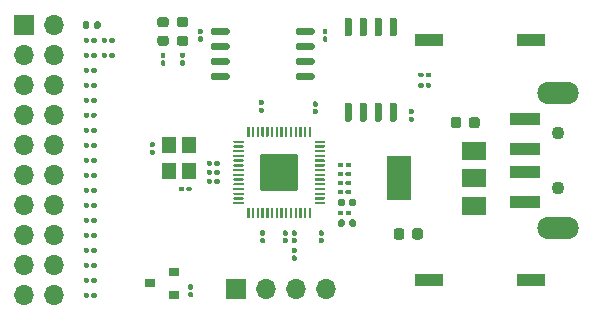
<source format=gbr>
%TF.GenerationSoftware,KiCad,Pcbnew,(5.1.9)-1*%
%TF.CreationDate,2021-09-09T09:31:17+08:00*%
%TF.ProjectId,RP2040,52503230-3430-42e6-9b69-6361645f7063,rev?*%
%TF.SameCoordinates,Original*%
%TF.FileFunction,Soldermask,Top*%
%TF.FilePolarity,Negative*%
%FSLAX46Y46*%
G04 Gerber Fmt 4.6, Leading zero omitted, Abs format (unit mm)*
G04 Created by KiCad (PCBNEW (5.1.9)-1) date 2021-09-09 09:31:17*
%MOMM*%
%LPD*%
G01*
G04 APERTURE LIST*
%ADD10R,1.200000X1.400000*%
%ADD11C,1.100000*%
%ADD12O,3.500000X1.900000*%
%ADD13R,2.500000X1.100000*%
%ADD14R,2.440000X1.120000*%
%ADD15O,1.700000X1.700000*%
%ADD16R,1.700000X1.700000*%
%ADD17R,2.000000X1.500000*%
%ADD18R,2.000000X3.800000*%
%ADD19R,0.900000X0.800000*%
G04 APERTURE END LIST*
%TO.C,R6*%
G36*
G01*
X155297200Y-91467000D02*
X155297200Y-91667000D01*
G75*
G02*
X155197200Y-91767000I-100000J0D01*
G01*
X154937200Y-91767000D01*
G75*
G02*
X154837200Y-91667000I0J100000D01*
G01*
X154837200Y-91467000D01*
G75*
G02*
X154937200Y-91367000I100000J0D01*
G01*
X155197200Y-91367000D01*
G75*
G02*
X155297200Y-91467000I0J-100000D01*
G01*
G37*
G36*
G01*
X155937200Y-91467000D02*
X155937200Y-91667000D01*
G75*
G02*
X155837200Y-91767000I-100000J0D01*
G01*
X155577200Y-91767000D01*
G75*
G02*
X155477200Y-91667000I0J100000D01*
G01*
X155477200Y-91467000D01*
G75*
G02*
X155577200Y-91367000I100000J0D01*
G01*
X155837200Y-91367000D01*
G75*
G02*
X155937200Y-91467000I0J-100000D01*
G01*
G37*
%TD*%
%TO.C,R10*%
G36*
G01*
X151030000Y-96940200D02*
X151230000Y-96940200D01*
G75*
G02*
X151330000Y-97040200I0J-100000D01*
G01*
X151330000Y-97300200D01*
G75*
G02*
X151230000Y-97400200I-100000J0D01*
G01*
X151030000Y-97400200D01*
G75*
G02*
X150930000Y-97300200I0J100000D01*
G01*
X150930000Y-97040200D01*
G75*
G02*
X151030000Y-96940200I100000J0D01*
G01*
G37*
G36*
G01*
X151030000Y-96300200D02*
X151230000Y-96300200D01*
G75*
G02*
X151330000Y-96400200I0J-100000D01*
G01*
X151330000Y-96660200D01*
G75*
G02*
X151230000Y-96760200I-100000J0D01*
G01*
X151030000Y-96760200D01*
G75*
G02*
X150930000Y-96660200I0J100000D01*
G01*
X150930000Y-96400200D01*
G75*
G02*
X151030000Y-96300200I100000J0D01*
G01*
G37*
%TD*%
%TO.C,C8*%
G36*
G01*
X155487200Y-89381000D02*
X155487200Y-89181000D01*
G75*
G02*
X155587200Y-89081000I100000J0D01*
G01*
X155847200Y-89081000D01*
G75*
G02*
X155947200Y-89181000I0J-100000D01*
G01*
X155947200Y-89381000D01*
G75*
G02*
X155847200Y-89481000I-100000J0D01*
G01*
X155587200Y-89481000D01*
G75*
G02*
X155487200Y-89381000I0J100000D01*
G01*
G37*
G36*
G01*
X154847200Y-89381000D02*
X154847200Y-89181000D01*
G75*
G02*
X154947200Y-89081000I100000J0D01*
G01*
X155207200Y-89081000D01*
G75*
G02*
X155307200Y-89181000I0J-100000D01*
G01*
X155307200Y-89381000D01*
G75*
G02*
X155207200Y-89481000I-100000J0D01*
G01*
X154947200Y-89481000D01*
G75*
G02*
X154847200Y-89381000I0J100000D01*
G01*
G37*
%TD*%
%TO.C,R7*%
G36*
G01*
X150468000Y-95287000D02*
X150268000Y-95287000D01*
G75*
G02*
X150168000Y-95187000I0J100000D01*
G01*
X150168000Y-94927000D01*
G75*
G02*
X150268000Y-94827000I100000J0D01*
G01*
X150468000Y-94827000D01*
G75*
G02*
X150568000Y-94927000I0J-100000D01*
G01*
X150568000Y-95187000D01*
G75*
G02*
X150468000Y-95287000I-100000J0D01*
G01*
G37*
G36*
G01*
X150468000Y-95927000D02*
X150268000Y-95927000D01*
G75*
G02*
X150168000Y-95827000I0J100000D01*
G01*
X150168000Y-95567000D01*
G75*
G02*
X150268000Y-95467000I100000J0D01*
G01*
X150468000Y-95467000D01*
G75*
G02*
X150568000Y-95567000I0J-100000D01*
G01*
X150568000Y-95827000D01*
G75*
G02*
X150468000Y-95927000I-100000J0D01*
G01*
G37*
%TD*%
D10*
%TO.C,Y1*%
X140551800Y-89771400D03*
X140551800Y-87571400D03*
X142251800Y-87571400D03*
X142251800Y-89771400D03*
%TD*%
D11*
%TO.C,J1*%
X173440000Y-91200000D03*
X173440000Y-86600000D03*
D12*
X173440000Y-94600000D03*
X173440000Y-83200000D03*
D13*
X170690000Y-92400000D03*
X170690000Y-85400000D03*
X170690000Y-89900000D03*
X170690000Y-87900000D03*
%TD*%
%TO.C,U2*%
G36*
G01*
X159362000Y-84003800D02*
X159662000Y-84003800D01*
G75*
G02*
X159812000Y-84153800I0J-150000D01*
G01*
X159812000Y-85453800D01*
G75*
G02*
X159662000Y-85603800I-150000J0D01*
G01*
X159362000Y-85603800D01*
G75*
G02*
X159212000Y-85453800I0J150000D01*
G01*
X159212000Y-84153800D01*
G75*
G02*
X159362000Y-84003800I150000J0D01*
G01*
G37*
G36*
G01*
X158092000Y-84003800D02*
X158392000Y-84003800D01*
G75*
G02*
X158542000Y-84153800I0J-150000D01*
G01*
X158542000Y-85453800D01*
G75*
G02*
X158392000Y-85603800I-150000J0D01*
G01*
X158092000Y-85603800D01*
G75*
G02*
X157942000Y-85453800I0J150000D01*
G01*
X157942000Y-84153800D01*
G75*
G02*
X158092000Y-84003800I150000J0D01*
G01*
G37*
G36*
G01*
X156822000Y-84003800D02*
X157122000Y-84003800D01*
G75*
G02*
X157272000Y-84153800I0J-150000D01*
G01*
X157272000Y-85453800D01*
G75*
G02*
X157122000Y-85603800I-150000J0D01*
G01*
X156822000Y-85603800D01*
G75*
G02*
X156672000Y-85453800I0J150000D01*
G01*
X156672000Y-84153800D01*
G75*
G02*
X156822000Y-84003800I150000J0D01*
G01*
G37*
G36*
G01*
X155552000Y-84003800D02*
X155852000Y-84003800D01*
G75*
G02*
X156002000Y-84153800I0J-150000D01*
G01*
X156002000Y-85453800D01*
G75*
G02*
X155852000Y-85603800I-150000J0D01*
G01*
X155552000Y-85603800D01*
G75*
G02*
X155402000Y-85453800I0J150000D01*
G01*
X155402000Y-84153800D01*
G75*
G02*
X155552000Y-84003800I150000J0D01*
G01*
G37*
G36*
G01*
X155552000Y-76803800D02*
X155852000Y-76803800D01*
G75*
G02*
X156002000Y-76953800I0J-150000D01*
G01*
X156002000Y-78253800D01*
G75*
G02*
X155852000Y-78403800I-150000J0D01*
G01*
X155552000Y-78403800D01*
G75*
G02*
X155402000Y-78253800I0J150000D01*
G01*
X155402000Y-76953800D01*
G75*
G02*
X155552000Y-76803800I150000J0D01*
G01*
G37*
G36*
G01*
X156822000Y-76803800D02*
X157122000Y-76803800D01*
G75*
G02*
X157272000Y-76953800I0J-150000D01*
G01*
X157272000Y-78253800D01*
G75*
G02*
X157122000Y-78403800I-150000J0D01*
G01*
X156822000Y-78403800D01*
G75*
G02*
X156672000Y-78253800I0J150000D01*
G01*
X156672000Y-76953800D01*
G75*
G02*
X156822000Y-76803800I150000J0D01*
G01*
G37*
G36*
G01*
X158092000Y-76803800D02*
X158392000Y-76803800D01*
G75*
G02*
X158542000Y-76953800I0J-150000D01*
G01*
X158542000Y-78253800D01*
G75*
G02*
X158392000Y-78403800I-150000J0D01*
G01*
X158092000Y-78403800D01*
G75*
G02*
X157942000Y-78253800I0J150000D01*
G01*
X157942000Y-76953800D01*
G75*
G02*
X158092000Y-76803800I150000J0D01*
G01*
G37*
G36*
G01*
X159362000Y-76803800D02*
X159662000Y-76803800D01*
G75*
G02*
X159812000Y-76953800I0J-150000D01*
G01*
X159812000Y-78253800D01*
G75*
G02*
X159662000Y-78403800I-150000J0D01*
G01*
X159362000Y-78403800D01*
G75*
G02*
X159212000Y-78253800I0J150000D01*
G01*
X159212000Y-76953800D01*
G75*
G02*
X159362000Y-76803800I150000J0D01*
G01*
G37*
%TD*%
%TO.C,U1*%
G36*
G01*
X151263000Y-78128000D02*
X151263000Y-77828000D01*
G75*
G02*
X151413000Y-77678000I150000J0D01*
G01*
X152713000Y-77678000D01*
G75*
G02*
X152863000Y-77828000I0J-150000D01*
G01*
X152863000Y-78128000D01*
G75*
G02*
X152713000Y-78278000I-150000J0D01*
G01*
X151413000Y-78278000D01*
G75*
G02*
X151263000Y-78128000I0J150000D01*
G01*
G37*
G36*
G01*
X151263000Y-79398000D02*
X151263000Y-79098000D01*
G75*
G02*
X151413000Y-78948000I150000J0D01*
G01*
X152713000Y-78948000D01*
G75*
G02*
X152863000Y-79098000I0J-150000D01*
G01*
X152863000Y-79398000D01*
G75*
G02*
X152713000Y-79548000I-150000J0D01*
G01*
X151413000Y-79548000D01*
G75*
G02*
X151263000Y-79398000I0J150000D01*
G01*
G37*
G36*
G01*
X151263000Y-80668000D02*
X151263000Y-80368000D01*
G75*
G02*
X151413000Y-80218000I150000J0D01*
G01*
X152713000Y-80218000D01*
G75*
G02*
X152863000Y-80368000I0J-150000D01*
G01*
X152863000Y-80668000D01*
G75*
G02*
X152713000Y-80818000I-150000J0D01*
G01*
X151413000Y-80818000D01*
G75*
G02*
X151263000Y-80668000I0J150000D01*
G01*
G37*
G36*
G01*
X151263000Y-81938000D02*
X151263000Y-81638000D01*
G75*
G02*
X151413000Y-81488000I150000J0D01*
G01*
X152713000Y-81488000D01*
G75*
G02*
X152863000Y-81638000I0J-150000D01*
G01*
X152863000Y-81938000D01*
G75*
G02*
X152713000Y-82088000I-150000J0D01*
G01*
X151413000Y-82088000D01*
G75*
G02*
X151263000Y-81938000I0J150000D01*
G01*
G37*
G36*
G01*
X144063000Y-81938000D02*
X144063000Y-81638000D01*
G75*
G02*
X144213000Y-81488000I150000J0D01*
G01*
X145513000Y-81488000D01*
G75*
G02*
X145663000Y-81638000I0J-150000D01*
G01*
X145663000Y-81938000D01*
G75*
G02*
X145513000Y-82088000I-150000J0D01*
G01*
X144213000Y-82088000D01*
G75*
G02*
X144063000Y-81938000I0J150000D01*
G01*
G37*
G36*
G01*
X144063000Y-80668000D02*
X144063000Y-80368000D01*
G75*
G02*
X144213000Y-80218000I150000J0D01*
G01*
X145513000Y-80218000D01*
G75*
G02*
X145663000Y-80368000I0J-150000D01*
G01*
X145663000Y-80668000D01*
G75*
G02*
X145513000Y-80818000I-150000J0D01*
G01*
X144213000Y-80818000D01*
G75*
G02*
X144063000Y-80668000I0J150000D01*
G01*
G37*
G36*
G01*
X144063000Y-79398000D02*
X144063000Y-79098000D01*
G75*
G02*
X144213000Y-78948000I150000J0D01*
G01*
X145513000Y-78948000D01*
G75*
G02*
X145663000Y-79098000I0J-150000D01*
G01*
X145663000Y-79398000D01*
G75*
G02*
X145513000Y-79548000I-150000J0D01*
G01*
X144213000Y-79548000D01*
G75*
G02*
X144063000Y-79398000I0J150000D01*
G01*
G37*
G36*
G01*
X144063000Y-78128000D02*
X144063000Y-77828000D01*
G75*
G02*
X144213000Y-77678000I150000J0D01*
G01*
X145513000Y-77678000D01*
G75*
G02*
X145663000Y-77828000I0J-150000D01*
G01*
X145663000Y-78128000D01*
G75*
G02*
X145513000Y-78278000I-150000J0D01*
G01*
X144213000Y-78278000D01*
G75*
G02*
X144063000Y-78128000I0J150000D01*
G01*
G37*
%TD*%
D14*
%TO.C,SW2*%
X171183000Y-99060000D03*
X162573000Y-99060000D03*
%TD*%
%TO.C,R31*%
G36*
G01*
X133948000Y-100430000D02*
X133948000Y-100230000D01*
G75*
G02*
X134048000Y-100130000I100000J0D01*
G01*
X134308000Y-100130000D01*
G75*
G02*
X134408000Y-100230000I0J-100000D01*
G01*
X134408000Y-100430000D01*
G75*
G02*
X134308000Y-100530000I-100000J0D01*
G01*
X134048000Y-100530000D01*
G75*
G02*
X133948000Y-100430000I0J100000D01*
G01*
G37*
G36*
G01*
X133308000Y-100430000D02*
X133308000Y-100230000D01*
G75*
G02*
X133408000Y-100130000I100000J0D01*
G01*
X133668000Y-100130000D01*
G75*
G02*
X133768000Y-100230000I0J-100000D01*
G01*
X133768000Y-100430000D01*
G75*
G02*
X133668000Y-100530000I-100000J0D01*
G01*
X133408000Y-100530000D01*
G75*
G02*
X133308000Y-100430000I0J100000D01*
G01*
G37*
%TD*%
%TO.C,R30*%
G36*
G01*
X133948000Y-97890000D02*
X133948000Y-97690000D01*
G75*
G02*
X134048000Y-97590000I100000J0D01*
G01*
X134308000Y-97590000D01*
G75*
G02*
X134408000Y-97690000I0J-100000D01*
G01*
X134408000Y-97890000D01*
G75*
G02*
X134308000Y-97990000I-100000J0D01*
G01*
X134048000Y-97990000D01*
G75*
G02*
X133948000Y-97890000I0J100000D01*
G01*
G37*
G36*
G01*
X133308000Y-97890000D02*
X133308000Y-97690000D01*
G75*
G02*
X133408000Y-97590000I100000J0D01*
G01*
X133668000Y-97590000D01*
G75*
G02*
X133768000Y-97690000I0J-100000D01*
G01*
X133768000Y-97890000D01*
G75*
G02*
X133668000Y-97990000I-100000J0D01*
G01*
X133408000Y-97990000D01*
G75*
G02*
X133308000Y-97890000I0J100000D01*
G01*
G37*
%TD*%
%TO.C,R29*%
G36*
G01*
X133948000Y-95350000D02*
X133948000Y-95150000D01*
G75*
G02*
X134048000Y-95050000I100000J0D01*
G01*
X134308000Y-95050000D01*
G75*
G02*
X134408000Y-95150000I0J-100000D01*
G01*
X134408000Y-95350000D01*
G75*
G02*
X134308000Y-95450000I-100000J0D01*
G01*
X134048000Y-95450000D01*
G75*
G02*
X133948000Y-95350000I0J100000D01*
G01*
G37*
G36*
G01*
X133308000Y-95350000D02*
X133308000Y-95150000D01*
G75*
G02*
X133408000Y-95050000I100000J0D01*
G01*
X133668000Y-95050000D01*
G75*
G02*
X133768000Y-95150000I0J-100000D01*
G01*
X133768000Y-95350000D01*
G75*
G02*
X133668000Y-95450000I-100000J0D01*
G01*
X133408000Y-95450000D01*
G75*
G02*
X133308000Y-95350000I0J100000D01*
G01*
G37*
%TD*%
%TO.C,R28*%
G36*
G01*
X133948000Y-92810000D02*
X133948000Y-92610000D01*
G75*
G02*
X134048000Y-92510000I100000J0D01*
G01*
X134308000Y-92510000D01*
G75*
G02*
X134408000Y-92610000I0J-100000D01*
G01*
X134408000Y-92810000D01*
G75*
G02*
X134308000Y-92910000I-100000J0D01*
G01*
X134048000Y-92910000D01*
G75*
G02*
X133948000Y-92810000I0J100000D01*
G01*
G37*
G36*
G01*
X133308000Y-92810000D02*
X133308000Y-92610000D01*
G75*
G02*
X133408000Y-92510000I100000J0D01*
G01*
X133668000Y-92510000D01*
G75*
G02*
X133768000Y-92610000I0J-100000D01*
G01*
X133768000Y-92810000D01*
G75*
G02*
X133668000Y-92910000I-100000J0D01*
G01*
X133408000Y-92910000D01*
G75*
G02*
X133308000Y-92810000I0J100000D01*
G01*
G37*
%TD*%
%TO.C,R27*%
G36*
G01*
X133948000Y-90270000D02*
X133948000Y-90070000D01*
G75*
G02*
X134048000Y-89970000I100000J0D01*
G01*
X134308000Y-89970000D01*
G75*
G02*
X134408000Y-90070000I0J-100000D01*
G01*
X134408000Y-90270000D01*
G75*
G02*
X134308000Y-90370000I-100000J0D01*
G01*
X134048000Y-90370000D01*
G75*
G02*
X133948000Y-90270000I0J100000D01*
G01*
G37*
G36*
G01*
X133308000Y-90270000D02*
X133308000Y-90070000D01*
G75*
G02*
X133408000Y-89970000I100000J0D01*
G01*
X133668000Y-89970000D01*
G75*
G02*
X133768000Y-90070000I0J-100000D01*
G01*
X133768000Y-90270000D01*
G75*
G02*
X133668000Y-90370000I-100000J0D01*
G01*
X133408000Y-90370000D01*
G75*
G02*
X133308000Y-90270000I0J100000D01*
G01*
G37*
%TD*%
%TO.C,R26*%
G36*
G01*
X133948000Y-87730000D02*
X133948000Y-87530000D01*
G75*
G02*
X134048000Y-87430000I100000J0D01*
G01*
X134308000Y-87430000D01*
G75*
G02*
X134408000Y-87530000I0J-100000D01*
G01*
X134408000Y-87730000D01*
G75*
G02*
X134308000Y-87830000I-100000J0D01*
G01*
X134048000Y-87830000D01*
G75*
G02*
X133948000Y-87730000I0J100000D01*
G01*
G37*
G36*
G01*
X133308000Y-87730000D02*
X133308000Y-87530000D01*
G75*
G02*
X133408000Y-87430000I100000J0D01*
G01*
X133668000Y-87430000D01*
G75*
G02*
X133768000Y-87530000I0J-100000D01*
G01*
X133768000Y-87730000D01*
G75*
G02*
X133668000Y-87830000I-100000J0D01*
G01*
X133408000Y-87830000D01*
G75*
G02*
X133308000Y-87730000I0J100000D01*
G01*
G37*
%TD*%
%TO.C,R25*%
G36*
G01*
X133948000Y-85164600D02*
X133948000Y-84964600D01*
G75*
G02*
X134048000Y-84864600I100000J0D01*
G01*
X134308000Y-84864600D01*
G75*
G02*
X134408000Y-84964600I0J-100000D01*
G01*
X134408000Y-85164600D01*
G75*
G02*
X134308000Y-85264600I-100000J0D01*
G01*
X134048000Y-85264600D01*
G75*
G02*
X133948000Y-85164600I0J100000D01*
G01*
G37*
G36*
G01*
X133308000Y-85164600D02*
X133308000Y-84964600D01*
G75*
G02*
X133408000Y-84864600I100000J0D01*
G01*
X133668000Y-84864600D01*
G75*
G02*
X133768000Y-84964600I0J-100000D01*
G01*
X133768000Y-85164600D01*
G75*
G02*
X133668000Y-85264600I-100000J0D01*
G01*
X133408000Y-85264600D01*
G75*
G02*
X133308000Y-85164600I0J100000D01*
G01*
G37*
%TD*%
%TO.C,R24*%
G36*
G01*
X133948000Y-82650000D02*
X133948000Y-82450000D01*
G75*
G02*
X134048000Y-82350000I100000J0D01*
G01*
X134308000Y-82350000D01*
G75*
G02*
X134408000Y-82450000I0J-100000D01*
G01*
X134408000Y-82650000D01*
G75*
G02*
X134308000Y-82750000I-100000J0D01*
G01*
X134048000Y-82750000D01*
G75*
G02*
X133948000Y-82650000I0J100000D01*
G01*
G37*
G36*
G01*
X133308000Y-82650000D02*
X133308000Y-82450000D01*
G75*
G02*
X133408000Y-82350000I100000J0D01*
G01*
X133668000Y-82350000D01*
G75*
G02*
X133768000Y-82450000I0J-100000D01*
G01*
X133768000Y-82650000D01*
G75*
G02*
X133668000Y-82750000I-100000J0D01*
G01*
X133408000Y-82750000D01*
G75*
G02*
X133308000Y-82650000I0J100000D01*
G01*
G37*
%TD*%
%TO.C,R23*%
G36*
G01*
X133948000Y-80110000D02*
X133948000Y-79910000D01*
G75*
G02*
X134048000Y-79810000I100000J0D01*
G01*
X134308000Y-79810000D01*
G75*
G02*
X134408000Y-79910000I0J-100000D01*
G01*
X134408000Y-80110000D01*
G75*
G02*
X134308000Y-80210000I-100000J0D01*
G01*
X134048000Y-80210000D01*
G75*
G02*
X133948000Y-80110000I0J100000D01*
G01*
G37*
G36*
G01*
X133308000Y-80110000D02*
X133308000Y-79910000D01*
G75*
G02*
X133408000Y-79810000I100000J0D01*
G01*
X133668000Y-79810000D01*
G75*
G02*
X133768000Y-79910000I0J-100000D01*
G01*
X133768000Y-80110000D01*
G75*
G02*
X133668000Y-80210000I-100000J0D01*
G01*
X133408000Y-80210000D01*
G75*
G02*
X133308000Y-80110000I0J100000D01*
G01*
G37*
%TD*%
%TO.C,R20*%
G36*
G01*
X133768000Y-98960000D02*
X133768000Y-99160000D01*
G75*
G02*
X133668000Y-99260000I-100000J0D01*
G01*
X133408000Y-99260000D01*
G75*
G02*
X133308000Y-99160000I0J100000D01*
G01*
X133308000Y-98960000D01*
G75*
G02*
X133408000Y-98860000I100000J0D01*
G01*
X133668000Y-98860000D01*
G75*
G02*
X133768000Y-98960000I0J-100000D01*
G01*
G37*
G36*
G01*
X134408000Y-98960000D02*
X134408000Y-99160000D01*
G75*
G02*
X134308000Y-99260000I-100000J0D01*
G01*
X134048000Y-99260000D01*
G75*
G02*
X133948000Y-99160000I0J100000D01*
G01*
X133948000Y-98960000D01*
G75*
G02*
X134048000Y-98860000I100000J0D01*
G01*
X134308000Y-98860000D01*
G75*
G02*
X134408000Y-98960000I0J-100000D01*
G01*
G37*
%TD*%
%TO.C,R19*%
G36*
G01*
X133768000Y-96420000D02*
X133768000Y-96620000D01*
G75*
G02*
X133668000Y-96720000I-100000J0D01*
G01*
X133408000Y-96720000D01*
G75*
G02*
X133308000Y-96620000I0J100000D01*
G01*
X133308000Y-96420000D01*
G75*
G02*
X133408000Y-96320000I100000J0D01*
G01*
X133668000Y-96320000D01*
G75*
G02*
X133768000Y-96420000I0J-100000D01*
G01*
G37*
G36*
G01*
X134408000Y-96420000D02*
X134408000Y-96620000D01*
G75*
G02*
X134308000Y-96720000I-100000J0D01*
G01*
X134048000Y-96720000D01*
G75*
G02*
X133948000Y-96620000I0J100000D01*
G01*
X133948000Y-96420000D01*
G75*
G02*
X134048000Y-96320000I100000J0D01*
G01*
X134308000Y-96320000D01*
G75*
G02*
X134408000Y-96420000I0J-100000D01*
G01*
G37*
%TD*%
%TO.C,R18*%
G36*
G01*
X133768000Y-93880000D02*
X133768000Y-94080000D01*
G75*
G02*
X133668000Y-94180000I-100000J0D01*
G01*
X133408000Y-94180000D01*
G75*
G02*
X133308000Y-94080000I0J100000D01*
G01*
X133308000Y-93880000D01*
G75*
G02*
X133408000Y-93780000I100000J0D01*
G01*
X133668000Y-93780000D01*
G75*
G02*
X133768000Y-93880000I0J-100000D01*
G01*
G37*
G36*
G01*
X134408000Y-93880000D02*
X134408000Y-94080000D01*
G75*
G02*
X134308000Y-94180000I-100000J0D01*
G01*
X134048000Y-94180000D01*
G75*
G02*
X133948000Y-94080000I0J100000D01*
G01*
X133948000Y-93880000D01*
G75*
G02*
X134048000Y-93780000I100000J0D01*
G01*
X134308000Y-93780000D01*
G75*
G02*
X134408000Y-93880000I0J-100000D01*
G01*
G37*
%TD*%
%TO.C,R17*%
G36*
G01*
X133768000Y-91340000D02*
X133768000Y-91540000D01*
G75*
G02*
X133668000Y-91640000I-100000J0D01*
G01*
X133408000Y-91640000D01*
G75*
G02*
X133308000Y-91540000I0J100000D01*
G01*
X133308000Y-91340000D01*
G75*
G02*
X133408000Y-91240000I100000J0D01*
G01*
X133668000Y-91240000D01*
G75*
G02*
X133768000Y-91340000I0J-100000D01*
G01*
G37*
G36*
G01*
X134408000Y-91340000D02*
X134408000Y-91540000D01*
G75*
G02*
X134308000Y-91640000I-100000J0D01*
G01*
X134048000Y-91640000D01*
G75*
G02*
X133948000Y-91540000I0J100000D01*
G01*
X133948000Y-91340000D01*
G75*
G02*
X134048000Y-91240000I100000J0D01*
G01*
X134308000Y-91240000D01*
G75*
G02*
X134408000Y-91340000I0J-100000D01*
G01*
G37*
%TD*%
%TO.C,R16*%
G36*
G01*
X133768000Y-88800000D02*
X133768000Y-89000000D01*
G75*
G02*
X133668000Y-89100000I-100000J0D01*
G01*
X133408000Y-89100000D01*
G75*
G02*
X133308000Y-89000000I0J100000D01*
G01*
X133308000Y-88800000D01*
G75*
G02*
X133408000Y-88700000I100000J0D01*
G01*
X133668000Y-88700000D01*
G75*
G02*
X133768000Y-88800000I0J-100000D01*
G01*
G37*
G36*
G01*
X134408000Y-88800000D02*
X134408000Y-89000000D01*
G75*
G02*
X134308000Y-89100000I-100000J0D01*
G01*
X134048000Y-89100000D01*
G75*
G02*
X133948000Y-89000000I0J100000D01*
G01*
X133948000Y-88800000D01*
G75*
G02*
X134048000Y-88700000I100000J0D01*
G01*
X134308000Y-88700000D01*
G75*
G02*
X134408000Y-88800000I0J-100000D01*
G01*
G37*
%TD*%
%TO.C,R15*%
G36*
G01*
X133768000Y-86260000D02*
X133768000Y-86460000D01*
G75*
G02*
X133668000Y-86560000I-100000J0D01*
G01*
X133408000Y-86560000D01*
G75*
G02*
X133308000Y-86460000I0J100000D01*
G01*
X133308000Y-86260000D01*
G75*
G02*
X133408000Y-86160000I100000J0D01*
G01*
X133668000Y-86160000D01*
G75*
G02*
X133768000Y-86260000I0J-100000D01*
G01*
G37*
G36*
G01*
X134408000Y-86260000D02*
X134408000Y-86460000D01*
G75*
G02*
X134308000Y-86560000I-100000J0D01*
G01*
X134048000Y-86560000D01*
G75*
G02*
X133948000Y-86460000I0J100000D01*
G01*
X133948000Y-86260000D01*
G75*
G02*
X134048000Y-86160000I100000J0D01*
G01*
X134308000Y-86160000D01*
G75*
G02*
X134408000Y-86260000I0J-100000D01*
G01*
G37*
%TD*%
%TO.C,R14*%
G36*
G01*
X133768000Y-83720000D02*
X133768000Y-83920000D01*
G75*
G02*
X133668000Y-84020000I-100000J0D01*
G01*
X133408000Y-84020000D01*
G75*
G02*
X133308000Y-83920000I0J100000D01*
G01*
X133308000Y-83720000D01*
G75*
G02*
X133408000Y-83620000I100000J0D01*
G01*
X133668000Y-83620000D01*
G75*
G02*
X133768000Y-83720000I0J-100000D01*
G01*
G37*
G36*
G01*
X134408000Y-83720000D02*
X134408000Y-83920000D01*
G75*
G02*
X134308000Y-84020000I-100000J0D01*
G01*
X134048000Y-84020000D01*
G75*
G02*
X133948000Y-83920000I0J100000D01*
G01*
X133948000Y-83720000D01*
G75*
G02*
X134048000Y-83620000I100000J0D01*
G01*
X134308000Y-83620000D01*
G75*
G02*
X134408000Y-83720000I0J-100000D01*
G01*
G37*
%TD*%
%TO.C,R13*%
G36*
G01*
X133768000Y-81180000D02*
X133768000Y-81380000D01*
G75*
G02*
X133668000Y-81480000I-100000J0D01*
G01*
X133408000Y-81480000D01*
G75*
G02*
X133308000Y-81380000I0J100000D01*
G01*
X133308000Y-81180000D01*
G75*
G02*
X133408000Y-81080000I100000J0D01*
G01*
X133668000Y-81080000D01*
G75*
G02*
X133768000Y-81180000I0J-100000D01*
G01*
G37*
G36*
G01*
X134408000Y-81180000D02*
X134408000Y-81380000D01*
G75*
G02*
X134308000Y-81480000I-100000J0D01*
G01*
X134048000Y-81480000D01*
G75*
G02*
X133948000Y-81380000I0J100000D01*
G01*
X133948000Y-81180000D01*
G75*
G02*
X134048000Y-81080000I100000J0D01*
G01*
X134308000Y-81080000D01*
G75*
G02*
X134408000Y-81180000I0J-100000D01*
G01*
G37*
%TD*%
%TO.C,R12*%
G36*
G01*
X133768000Y-78640000D02*
X133768000Y-78840000D01*
G75*
G02*
X133668000Y-78940000I-100000J0D01*
G01*
X133408000Y-78940000D01*
G75*
G02*
X133308000Y-78840000I0J100000D01*
G01*
X133308000Y-78640000D01*
G75*
G02*
X133408000Y-78540000I100000J0D01*
G01*
X133668000Y-78540000D01*
G75*
G02*
X133768000Y-78640000I0J-100000D01*
G01*
G37*
G36*
G01*
X134408000Y-78640000D02*
X134408000Y-78840000D01*
G75*
G02*
X134308000Y-78940000I-100000J0D01*
G01*
X134048000Y-78940000D01*
G75*
G02*
X133948000Y-78840000I0J100000D01*
G01*
X133948000Y-78640000D01*
G75*
G02*
X134048000Y-78540000I100000J0D01*
G01*
X134308000Y-78540000D01*
G75*
G02*
X134408000Y-78640000I0J-100000D01*
G01*
G37*
%TD*%
%TO.C,R2*%
G36*
G01*
X143279800Y-78218200D02*
X143079800Y-78218200D01*
G75*
G02*
X142979800Y-78118200I0J100000D01*
G01*
X142979800Y-77858200D01*
G75*
G02*
X143079800Y-77758200I100000J0D01*
G01*
X143279800Y-77758200D01*
G75*
G02*
X143379800Y-77858200I0J-100000D01*
G01*
X143379800Y-78118200D01*
G75*
G02*
X143279800Y-78218200I-100000J0D01*
G01*
G37*
G36*
G01*
X143279800Y-78858200D02*
X143079800Y-78858200D01*
G75*
G02*
X142979800Y-78758200I0J100000D01*
G01*
X142979800Y-78498200D01*
G75*
G02*
X143079800Y-78398200I100000J0D01*
G01*
X143279800Y-78398200D01*
G75*
G02*
X143379800Y-78498200I0J-100000D01*
G01*
X143379800Y-78758200D01*
G75*
G02*
X143279800Y-78858200I-100000J0D01*
G01*
G37*
%TD*%
D15*
%TO.C,J3*%
X130810000Y-100330000D03*
X128270000Y-100330000D03*
X130810000Y-97790000D03*
X128270000Y-97790000D03*
X130810000Y-95250000D03*
X128270000Y-95250000D03*
X130810000Y-92710000D03*
X128270000Y-92710000D03*
X130810000Y-90170000D03*
X128270000Y-90170000D03*
X130810000Y-87630000D03*
X128270000Y-87630000D03*
X130810000Y-85090000D03*
X128270000Y-85090000D03*
X130810000Y-82550000D03*
X128270000Y-82550000D03*
X130810000Y-80010000D03*
X128270000Y-80010000D03*
X130810000Y-77470000D03*
D16*
X128270000Y-77470000D03*
%TD*%
%TO.C,C17*%
G36*
G01*
X133785000Y-77274600D02*
X133785000Y-77614600D01*
G75*
G02*
X133645000Y-77754600I-140000J0D01*
G01*
X133365000Y-77754600D01*
G75*
G02*
X133225000Y-77614600I0J140000D01*
G01*
X133225000Y-77274600D01*
G75*
G02*
X133365000Y-77134600I140000J0D01*
G01*
X133645000Y-77134600D01*
G75*
G02*
X133785000Y-77274600I0J-140000D01*
G01*
G37*
G36*
G01*
X134745000Y-77274600D02*
X134745000Y-77614600D01*
G75*
G02*
X134605000Y-77754600I-140000J0D01*
G01*
X134325000Y-77754600D01*
G75*
G02*
X134185000Y-77614600I0J140000D01*
G01*
X134185000Y-77274600D01*
G75*
G02*
X134325000Y-77134600I140000J0D01*
G01*
X134605000Y-77134600D01*
G75*
G02*
X134745000Y-77274600I0J-140000D01*
G01*
G37*
%TD*%
%TO.C,C3*%
G36*
G01*
X153646200Y-78398200D02*
X153846200Y-78398200D01*
G75*
G02*
X153946200Y-78498200I0J-100000D01*
G01*
X153946200Y-78758200D01*
G75*
G02*
X153846200Y-78858200I-100000J0D01*
G01*
X153646200Y-78858200D01*
G75*
G02*
X153546200Y-78758200I0J100000D01*
G01*
X153546200Y-78498200D01*
G75*
G02*
X153646200Y-78398200I100000J0D01*
G01*
G37*
G36*
G01*
X153646200Y-77758200D02*
X153846200Y-77758200D01*
G75*
G02*
X153946200Y-77858200I0J-100000D01*
G01*
X153946200Y-78118200D01*
G75*
G02*
X153846200Y-78218200I-100000J0D01*
G01*
X153646200Y-78218200D01*
G75*
G02*
X153546200Y-78118200I0J100000D01*
G01*
X153546200Y-77858200D01*
G75*
G02*
X153646200Y-77758200I100000J0D01*
G01*
G37*
%TD*%
%TO.C,R32*%
G36*
G01*
X135472000Y-80110000D02*
X135472000Y-79910000D01*
G75*
G02*
X135572000Y-79810000I100000J0D01*
G01*
X135832000Y-79810000D01*
G75*
G02*
X135932000Y-79910000I0J-100000D01*
G01*
X135932000Y-80110000D01*
G75*
G02*
X135832000Y-80210000I-100000J0D01*
G01*
X135572000Y-80210000D01*
G75*
G02*
X135472000Y-80110000I0J100000D01*
G01*
G37*
G36*
G01*
X134832000Y-80110000D02*
X134832000Y-79910000D01*
G75*
G02*
X134932000Y-79810000I100000J0D01*
G01*
X135192000Y-79810000D01*
G75*
G02*
X135292000Y-79910000I0J-100000D01*
G01*
X135292000Y-80110000D01*
G75*
G02*
X135192000Y-80210000I-100000J0D01*
G01*
X134932000Y-80210000D01*
G75*
G02*
X134832000Y-80110000I0J100000D01*
G01*
G37*
%TD*%
%TO.C,C10*%
G36*
G01*
X155800400Y-94378600D02*
X155800400Y-94038600D01*
G75*
G02*
X155940400Y-93898600I140000J0D01*
G01*
X156220400Y-93898600D01*
G75*
G02*
X156360400Y-94038600I0J-140000D01*
G01*
X156360400Y-94378600D01*
G75*
G02*
X156220400Y-94518600I-140000J0D01*
G01*
X155940400Y-94518600D01*
G75*
G02*
X155800400Y-94378600I0J140000D01*
G01*
G37*
G36*
G01*
X154840400Y-94378600D02*
X154840400Y-94038600D01*
G75*
G02*
X154980400Y-93898600I140000J0D01*
G01*
X155260400Y-93898600D01*
G75*
G02*
X155400400Y-94038600I0J-140000D01*
G01*
X155400400Y-94378600D01*
G75*
G02*
X155260400Y-94518600I-140000J0D01*
G01*
X154980400Y-94518600D01*
G75*
G02*
X154840400Y-94378600I0J140000D01*
G01*
G37*
%TD*%
%TO.C,C9*%
G36*
G01*
X155800400Y-92626000D02*
X155800400Y-92286000D01*
G75*
G02*
X155940400Y-92146000I140000J0D01*
G01*
X156220400Y-92146000D01*
G75*
G02*
X156360400Y-92286000I0J-140000D01*
G01*
X156360400Y-92626000D01*
G75*
G02*
X156220400Y-92766000I-140000J0D01*
G01*
X155940400Y-92766000D01*
G75*
G02*
X155800400Y-92626000I0J140000D01*
G01*
G37*
G36*
G01*
X154840400Y-92626000D02*
X154840400Y-92286000D01*
G75*
G02*
X154980400Y-92146000I140000J0D01*
G01*
X155260400Y-92146000D01*
G75*
G02*
X155400400Y-92286000I0J-140000D01*
G01*
X155400400Y-92626000D01*
G75*
G02*
X155260400Y-92766000I-140000J0D01*
G01*
X154980400Y-92766000D01*
G75*
G02*
X154840400Y-92626000I0J140000D01*
G01*
G37*
%TD*%
%TO.C,C4*%
G36*
G01*
X160936000Y-85180000D02*
X161136000Y-85180000D01*
G75*
G02*
X161236000Y-85280000I0J-100000D01*
G01*
X161236000Y-85540000D01*
G75*
G02*
X161136000Y-85640000I-100000J0D01*
G01*
X160936000Y-85640000D01*
G75*
G02*
X160836000Y-85540000I0J100000D01*
G01*
X160836000Y-85280000D01*
G75*
G02*
X160936000Y-85180000I100000J0D01*
G01*
G37*
G36*
G01*
X160936000Y-84540000D02*
X161136000Y-84540000D01*
G75*
G02*
X161236000Y-84640000I0J-100000D01*
G01*
X161236000Y-84900000D01*
G75*
G02*
X161136000Y-85000000I-100000J0D01*
G01*
X160936000Y-85000000D01*
G75*
G02*
X160836000Y-84900000I0J100000D01*
G01*
X160836000Y-84640000D01*
G75*
G02*
X160936000Y-84540000I100000J0D01*
G01*
G37*
%TD*%
%TO.C,C2*%
G36*
G01*
X141999800Y-91413000D02*
X141999800Y-91213000D01*
G75*
G02*
X142099800Y-91113000I100000J0D01*
G01*
X142359800Y-91113000D01*
G75*
G02*
X142459800Y-91213000I0J-100000D01*
G01*
X142459800Y-91413000D01*
G75*
G02*
X142359800Y-91513000I-100000J0D01*
G01*
X142099800Y-91513000D01*
G75*
G02*
X141999800Y-91413000I0J100000D01*
G01*
G37*
G36*
G01*
X141359800Y-91413000D02*
X141359800Y-91213000D01*
G75*
G02*
X141459800Y-91113000I100000J0D01*
G01*
X141719800Y-91113000D01*
G75*
G02*
X141819800Y-91213000I0J-100000D01*
G01*
X141819800Y-91413000D01*
G75*
G02*
X141719800Y-91513000I-100000J0D01*
G01*
X141459800Y-91513000D01*
G75*
G02*
X141359800Y-91413000I0J100000D01*
G01*
G37*
%TD*%
%TO.C,C1*%
G36*
G01*
X139215800Y-87794000D02*
X139015800Y-87794000D01*
G75*
G02*
X138915800Y-87694000I0J100000D01*
G01*
X138915800Y-87434000D01*
G75*
G02*
X139015800Y-87334000I100000J0D01*
G01*
X139215800Y-87334000D01*
G75*
G02*
X139315800Y-87434000I0J-100000D01*
G01*
X139315800Y-87694000D01*
G75*
G02*
X139215800Y-87794000I-100000J0D01*
G01*
G37*
G36*
G01*
X139215800Y-88434000D02*
X139015800Y-88434000D01*
G75*
G02*
X138915800Y-88334000I0J100000D01*
G01*
X138915800Y-88074000D01*
G75*
G02*
X139015800Y-87974000I100000J0D01*
G01*
X139215800Y-87974000D01*
G75*
G02*
X139315800Y-88074000I0J-100000D01*
G01*
X139315800Y-88334000D01*
G75*
G02*
X139215800Y-88434000I-100000J0D01*
G01*
G37*
%TD*%
%TO.C,R11*%
G36*
G01*
X135472000Y-78840000D02*
X135472000Y-78640000D01*
G75*
G02*
X135572000Y-78540000I100000J0D01*
G01*
X135832000Y-78540000D01*
G75*
G02*
X135932000Y-78640000I0J-100000D01*
G01*
X135932000Y-78840000D01*
G75*
G02*
X135832000Y-78940000I-100000J0D01*
G01*
X135572000Y-78940000D01*
G75*
G02*
X135472000Y-78840000I0J100000D01*
G01*
G37*
G36*
G01*
X134832000Y-78840000D02*
X134832000Y-78640000D01*
G75*
G02*
X134932000Y-78540000I100000J0D01*
G01*
X135192000Y-78540000D01*
G75*
G02*
X135292000Y-78640000I0J-100000D01*
G01*
X135292000Y-78840000D01*
G75*
G02*
X135192000Y-78940000I-100000J0D01*
G01*
X134932000Y-78940000D01*
G75*
G02*
X134832000Y-78840000I0J100000D01*
G01*
G37*
%TD*%
%TO.C,R22*%
G36*
G01*
X140130200Y-80250200D02*
X139930200Y-80250200D01*
G75*
G02*
X139830200Y-80150200I0J100000D01*
G01*
X139830200Y-79890200D01*
G75*
G02*
X139930200Y-79790200I100000J0D01*
G01*
X140130200Y-79790200D01*
G75*
G02*
X140230200Y-79890200I0J-100000D01*
G01*
X140230200Y-80150200D01*
G75*
G02*
X140130200Y-80250200I-100000J0D01*
G01*
G37*
G36*
G01*
X140130200Y-80890200D02*
X139930200Y-80890200D01*
G75*
G02*
X139830200Y-80790200I0J100000D01*
G01*
X139830200Y-80530200D01*
G75*
G02*
X139930200Y-80430200I100000J0D01*
G01*
X140130200Y-80430200D01*
G75*
G02*
X140230200Y-80530200I0J-100000D01*
G01*
X140230200Y-80790200D01*
G75*
G02*
X140130200Y-80890200I-100000J0D01*
G01*
G37*
%TD*%
%TO.C,R21*%
G36*
G01*
X141781200Y-80224800D02*
X141581200Y-80224800D01*
G75*
G02*
X141481200Y-80124800I0J100000D01*
G01*
X141481200Y-79864800D01*
G75*
G02*
X141581200Y-79764800I100000J0D01*
G01*
X141781200Y-79764800D01*
G75*
G02*
X141881200Y-79864800I0J-100000D01*
G01*
X141881200Y-80124800D01*
G75*
G02*
X141781200Y-80224800I-100000J0D01*
G01*
G37*
G36*
G01*
X141781200Y-80864800D02*
X141581200Y-80864800D01*
G75*
G02*
X141481200Y-80764800I0J100000D01*
G01*
X141481200Y-80504800D01*
G75*
G02*
X141581200Y-80404800I100000J0D01*
G01*
X141781200Y-80404800D01*
G75*
G02*
X141881200Y-80504800I0J-100000D01*
G01*
X141881200Y-80764800D01*
G75*
G02*
X141781200Y-80864800I-100000J0D01*
G01*
G37*
%TD*%
%TO.C,R9*%
G36*
G01*
X142467000Y-99859000D02*
X142267000Y-99859000D01*
G75*
G02*
X142167000Y-99759000I0J100000D01*
G01*
X142167000Y-99499000D01*
G75*
G02*
X142267000Y-99399000I100000J0D01*
G01*
X142467000Y-99399000D01*
G75*
G02*
X142567000Y-99499000I0J-100000D01*
G01*
X142567000Y-99759000D01*
G75*
G02*
X142467000Y-99859000I-100000J0D01*
G01*
G37*
G36*
G01*
X142467000Y-100499000D02*
X142267000Y-100499000D01*
G75*
G02*
X142167000Y-100399000I0J100000D01*
G01*
X142167000Y-100139000D01*
G75*
G02*
X142267000Y-100039000I100000J0D01*
G01*
X142467000Y-100039000D01*
G75*
G02*
X142567000Y-100139000I0J-100000D01*
G01*
X142567000Y-100399000D01*
G75*
G02*
X142467000Y-100499000I-100000J0D01*
G01*
G37*
%TD*%
%TO.C,R8*%
G36*
G01*
X151230000Y-95287000D02*
X151030000Y-95287000D01*
G75*
G02*
X150930000Y-95187000I0J100000D01*
G01*
X150930000Y-94927000D01*
G75*
G02*
X151030000Y-94827000I100000J0D01*
G01*
X151230000Y-94827000D01*
G75*
G02*
X151330000Y-94927000I0J-100000D01*
G01*
X151330000Y-95187000D01*
G75*
G02*
X151230000Y-95287000I-100000J0D01*
G01*
G37*
G36*
G01*
X151230000Y-95927000D02*
X151030000Y-95927000D01*
G75*
G02*
X150930000Y-95827000I0J100000D01*
G01*
X150930000Y-95567000D01*
G75*
G02*
X151030000Y-95467000I100000J0D01*
G01*
X151230000Y-95467000D01*
G75*
G02*
X151330000Y-95567000I0J-100000D01*
G01*
X151330000Y-95827000D01*
G75*
G02*
X151230000Y-95927000I-100000J0D01*
G01*
G37*
%TD*%
%TO.C,R5*%
G36*
G01*
X155297200Y-90705000D02*
X155297200Y-90905000D01*
G75*
G02*
X155197200Y-91005000I-100000J0D01*
G01*
X154937200Y-91005000D01*
G75*
G02*
X154837200Y-90905000I0J100000D01*
G01*
X154837200Y-90705000D01*
G75*
G02*
X154937200Y-90605000I100000J0D01*
G01*
X155197200Y-90605000D01*
G75*
G02*
X155297200Y-90705000I0J-100000D01*
G01*
G37*
G36*
G01*
X155937200Y-90705000D02*
X155937200Y-90905000D01*
G75*
G02*
X155837200Y-91005000I-100000J0D01*
G01*
X155577200Y-91005000D01*
G75*
G02*
X155477200Y-90905000I0J100000D01*
G01*
X155477200Y-90705000D01*
G75*
G02*
X155577200Y-90605000I100000J0D01*
G01*
X155837200Y-90605000D01*
G75*
G02*
X155937200Y-90705000I0J-100000D01*
G01*
G37*
%TD*%
%TO.C,R4*%
G36*
G01*
X144182000Y-89054000D02*
X144182000Y-89254000D01*
G75*
G02*
X144082000Y-89354000I-100000J0D01*
G01*
X143822000Y-89354000D01*
G75*
G02*
X143722000Y-89254000I0J100000D01*
G01*
X143722000Y-89054000D01*
G75*
G02*
X143822000Y-88954000I100000J0D01*
G01*
X144082000Y-88954000D01*
G75*
G02*
X144182000Y-89054000I0J-100000D01*
G01*
G37*
G36*
G01*
X144822000Y-89054000D02*
X144822000Y-89254000D01*
G75*
G02*
X144722000Y-89354000I-100000J0D01*
G01*
X144462000Y-89354000D01*
G75*
G02*
X144362000Y-89254000I0J100000D01*
G01*
X144362000Y-89054000D01*
G75*
G02*
X144462000Y-88954000I100000J0D01*
G01*
X144722000Y-88954000D01*
G75*
G02*
X144822000Y-89054000I0J-100000D01*
G01*
G37*
%TD*%
%TO.C,R3*%
G36*
G01*
X162089000Y-82450000D02*
X162089000Y-82650000D01*
G75*
G02*
X161989000Y-82750000I-100000J0D01*
G01*
X161729000Y-82750000D01*
G75*
G02*
X161629000Y-82650000I0J100000D01*
G01*
X161629000Y-82450000D01*
G75*
G02*
X161729000Y-82350000I100000J0D01*
G01*
X161989000Y-82350000D01*
G75*
G02*
X162089000Y-82450000I0J-100000D01*
G01*
G37*
G36*
G01*
X162729000Y-82450000D02*
X162729000Y-82650000D01*
G75*
G02*
X162629000Y-82750000I-100000J0D01*
G01*
X162369000Y-82750000D01*
G75*
G02*
X162269000Y-82650000I0J100000D01*
G01*
X162269000Y-82450000D01*
G75*
G02*
X162369000Y-82350000I100000J0D01*
G01*
X162629000Y-82350000D01*
G75*
G02*
X162729000Y-82450000I0J-100000D01*
G01*
G37*
%TD*%
%TO.C,R1*%
G36*
G01*
X162269000Y-81761000D02*
X162269000Y-81561000D01*
G75*
G02*
X162369000Y-81461000I100000J0D01*
G01*
X162629000Y-81461000D01*
G75*
G02*
X162729000Y-81561000I0J-100000D01*
G01*
X162729000Y-81761000D01*
G75*
G02*
X162629000Y-81861000I-100000J0D01*
G01*
X162369000Y-81861000D01*
G75*
G02*
X162269000Y-81761000I0J100000D01*
G01*
G37*
G36*
G01*
X161629000Y-81761000D02*
X161629000Y-81561000D01*
G75*
G02*
X161729000Y-81461000I100000J0D01*
G01*
X161989000Y-81461000D01*
G75*
G02*
X162089000Y-81561000I0J-100000D01*
G01*
X162089000Y-81761000D01*
G75*
G02*
X161989000Y-81861000I-100000J0D01*
G01*
X161729000Y-81861000D01*
G75*
G02*
X161629000Y-81761000I0J100000D01*
G01*
G37*
%TD*%
%TO.C,C18*%
G36*
G01*
X155487200Y-93445000D02*
X155487200Y-93245000D01*
G75*
G02*
X155587200Y-93145000I100000J0D01*
G01*
X155847200Y-93145000D01*
G75*
G02*
X155947200Y-93245000I0J-100000D01*
G01*
X155947200Y-93445000D01*
G75*
G02*
X155847200Y-93545000I-100000J0D01*
G01*
X155587200Y-93545000D01*
G75*
G02*
X155487200Y-93445000I0J100000D01*
G01*
G37*
G36*
G01*
X154847200Y-93445000D02*
X154847200Y-93245000D01*
G75*
G02*
X154947200Y-93145000I100000J0D01*
G01*
X155207200Y-93145000D01*
G75*
G02*
X155307200Y-93245000I0J-100000D01*
G01*
X155307200Y-93445000D01*
G75*
G02*
X155207200Y-93545000I-100000J0D01*
G01*
X154947200Y-93545000D01*
G75*
G02*
X154847200Y-93445000I0J100000D01*
G01*
G37*
%TD*%
%TO.C,C16*%
G36*
G01*
X155477200Y-90143000D02*
X155477200Y-89943000D01*
G75*
G02*
X155577200Y-89843000I100000J0D01*
G01*
X155837200Y-89843000D01*
G75*
G02*
X155937200Y-89943000I0J-100000D01*
G01*
X155937200Y-90143000D01*
G75*
G02*
X155837200Y-90243000I-100000J0D01*
G01*
X155577200Y-90243000D01*
G75*
G02*
X155477200Y-90143000I0J100000D01*
G01*
G37*
G36*
G01*
X154837200Y-90143000D02*
X154837200Y-89943000D01*
G75*
G02*
X154937200Y-89843000I100000J0D01*
G01*
X155197200Y-89843000D01*
G75*
G02*
X155297200Y-89943000I0J-100000D01*
G01*
X155297200Y-90143000D01*
G75*
G02*
X155197200Y-90243000I-100000J0D01*
G01*
X154937200Y-90243000D01*
G75*
G02*
X154837200Y-90143000I0J100000D01*
G01*
G37*
%TD*%
%TO.C,C15*%
G36*
G01*
X153316000Y-95467000D02*
X153516000Y-95467000D01*
G75*
G02*
X153616000Y-95567000I0J-100000D01*
G01*
X153616000Y-95827000D01*
G75*
G02*
X153516000Y-95927000I-100000J0D01*
G01*
X153316000Y-95927000D01*
G75*
G02*
X153216000Y-95827000I0J100000D01*
G01*
X153216000Y-95567000D01*
G75*
G02*
X153316000Y-95467000I100000J0D01*
G01*
G37*
G36*
G01*
X153316000Y-94827000D02*
X153516000Y-94827000D01*
G75*
G02*
X153616000Y-94927000I0J-100000D01*
G01*
X153616000Y-95187000D01*
G75*
G02*
X153516000Y-95287000I-100000J0D01*
G01*
X153316000Y-95287000D01*
G75*
G02*
X153216000Y-95187000I0J100000D01*
G01*
X153216000Y-94927000D01*
G75*
G02*
X153316000Y-94827000I100000J0D01*
G01*
G37*
%TD*%
%TO.C,C14*%
G36*
G01*
X148363000Y-95467000D02*
X148563000Y-95467000D01*
G75*
G02*
X148663000Y-95567000I0J-100000D01*
G01*
X148663000Y-95827000D01*
G75*
G02*
X148563000Y-95927000I-100000J0D01*
G01*
X148363000Y-95927000D01*
G75*
G02*
X148263000Y-95827000I0J100000D01*
G01*
X148263000Y-95567000D01*
G75*
G02*
X148363000Y-95467000I100000J0D01*
G01*
G37*
G36*
G01*
X148363000Y-94827000D02*
X148563000Y-94827000D01*
G75*
G02*
X148663000Y-94927000I0J-100000D01*
G01*
X148663000Y-95187000D01*
G75*
G02*
X148563000Y-95287000I-100000J0D01*
G01*
X148363000Y-95287000D01*
G75*
G02*
X148263000Y-95187000I0J100000D01*
G01*
X148263000Y-94927000D01*
G75*
G02*
X148363000Y-94827000I100000J0D01*
G01*
G37*
%TD*%
%TO.C,C13*%
G36*
G01*
X144182000Y-89816000D02*
X144182000Y-90016000D01*
G75*
G02*
X144082000Y-90116000I-100000J0D01*
G01*
X143822000Y-90116000D01*
G75*
G02*
X143722000Y-90016000I0J100000D01*
G01*
X143722000Y-89816000D01*
G75*
G02*
X143822000Y-89716000I100000J0D01*
G01*
X144082000Y-89716000D01*
G75*
G02*
X144182000Y-89816000I0J-100000D01*
G01*
G37*
G36*
G01*
X144822000Y-89816000D02*
X144822000Y-90016000D01*
G75*
G02*
X144722000Y-90116000I-100000J0D01*
G01*
X144462000Y-90116000D01*
G75*
G02*
X144362000Y-90016000I0J100000D01*
G01*
X144362000Y-89816000D01*
G75*
G02*
X144462000Y-89716000I100000J0D01*
G01*
X144722000Y-89716000D01*
G75*
G02*
X144822000Y-89816000I0J-100000D01*
G01*
G37*
%TD*%
%TO.C,C12*%
G36*
G01*
X148436000Y-84238000D02*
X148236000Y-84238000D01*
G75*
G02*
X148136000Y-84138000I0J100000D01*
G01*
X148136000Y-83878000D01*
G75*
G02*
X148236000Y-83778000I100000J0D01*
G01*
X148436000Y-83778000D01*
G75*
G02*
X148536000Y-83878000I0J-100000D01*
G01*
X148536000Y-84138000D01*
G75*
G02*
X148436000Y-84238000I-100000J0D01*
G01*
G37*
G36*
G01*
X148436000Y-84878000D02*
X148236000Y-84878000D01*
G75*
G02*
X148136000Y-84778000I0J100000D01*
G01*
X148136000Y-84518000D01*
G75*
G02*
X148236000Y-84418000I100000J0D01*
G01*
X148436000Y-84418000D01*
G75*
G02*
X148536000Y-84518000I0J-100000D01*
G01*
X148536000Y-84778000D01*
G75*
G02*
X148436000Y-84878000I-100000J0D01*
G01*
G37*
%TD*%
%TO.C,C11*%
G36*
G01*
X153008000Y-84365000D02*
X152808000Y-84365000D01*
G75*
G02*
X152708000Y-84265000I0J100000D01*
G01*
X152708000Y-84005000D01*
G75*
G02*
X152808000Y-83905000I100000J0D01*
G01*
X153008000Y-83905000D01*
G75*
G02*
X153108000Y-84005000I0J-100000D01*
G01*
X153108000Y-84265000D01*
G75*
G02*
X153008000Y-84365000I-100000J0D01*
G01*
G37*
G36*
G01*
X153008000Y-85005000D02*
X152808000Y-85005000D01*
G75*
G02*
X152708000Y-84905000I0J100000D01*
G01*
X152708000Y-84645000D01*
G75*
G02*
X152808000Y-84545000I100000J0D01*
G01*
X153008000Y-84545000D01*
G75*
G02*
X153108000Y-84645000I0J-100000D01*
G01*
X153108000Y-84905000D01*
G75*
G02*
X153008000Y-85005000I-100000J0D01*
G01*
G37*
%TD*%
%TO.C,C7*%
G36*
G01*
X144182000Y-90578000D02*
X144182000Y-90778000D01*
G75*
G02*
X144082000Y-90878000I-100000J0D01*
G01*
X143822000Y-90878000D01*
G75*
G02*
X143722000Y-90778000I0J100000D01*
G01*
X143722000Y-90578000D01*
G75*
G02*
X143822000Y-90478000I100000J0D01*
G01*
X144082000Y-90478000D01*
G75*
G02*
X144182000Y-90578000I0J-100000D01*
G01*
G37*
G36*
G01*
X144822000Y-90578000D02*
X144822000Y-90778000D01*
G75*
G02*
X144722000Y-90878000I-100000J0D01*
G01*
X144462000Y-90878000D01*
G75*
G02*
X144362000Y-90778000I0J100000D01*
G01*
X144362000Y-90578000D01*
G75*
G02*
X144462000Y-90478000I100000J0D01*
G01*
X144722000Y-90478000D01*
G75*
G02*
X144822000Y-90578000I0J-100000D01*
G01*
G37*
%TD*%
%TO.C,U4*%
G36*
G01*
X152910000Y-87216000D02*
X153685000Y-87216000D01*
G75*
G02*
X153735000Y-87266000I0J-50000D01*
G01*
X153735000Y-87366000D01*
G75*
G02*
X153685000Y-87416000I-50000J0D01*
G01*
X152910000Y-87416000D01*
G75*
G02*
X152860000Y-87366000I0J50000D01*
G01*
X152860000Y-87266000D01*
G75*
G02*
X152910000Y-87216000I50000J0D01*
G01*
G37*
G36*
G01*
X152910000Y-87616000D02*
X153685000Y-87616000D01*
G75*
G02*
X153735000Y-87666000I0J-50000D01*
G01*
X153735000Y-87766000D01*
G75*
G02*
X153685000Y-87816000I-50000J0D01*
G01*
X152910000Y-87816000D01*
G75*
G02*
X152860000Y-87766000I0J50000D01*
G01*
X152860000Y-87666000D01*
G75*
G02*
X152910000Y-87616000I50000J0D01*
G01*
G37*
G36*
G01*
X152910000Y-88016000D02*
X153685000Y-88016000D01*
G75*
G02*
X153735000Y-88066000I0J-50000D01*
G01*
X153735000Y-88166000D01*
G75*
G02*
X153685000Y-88216000I-50000J0D01*
G01*
X152910000Y-88216000D01*
G75*
G02*
X152860000Y-88166000I0J50000D01*
G01*
X152860000Y-88066000D01*
G75*
G02*
X152910000Y-88016000I50000J0D01*
G01*
G37*
G36*
G01*
X152910000Y-88416000D02*
X153685000Y-88416000D01*
G75*
G02*
X153735000Y-88466000I0J-50000D01*
G01*
X153735000Y-88566000D01*
G75*
G02*
X153685000Y-88616000I-50000J0D01*
G01*
X152910000Y-88616000D01*
G75*
G02*
X152860000Y-88566000I0J50000D01*
G01*
X152860000Y-88466000D01*
G75*
G02*
X152910000Y-88416000I50000J0D01*
G01*
G37*
G36*
G01*
X152910000Y-88816000D02*
X153685000Y-88816000D01*
G75*
G02*
X153735000Y-88866000I0J-50000D01*
G01*
X153735000Y-88966000D01*
G75*
G02*
X153685000Y-89016000I-50000J0D01*
G01*
X152910000Y-89016000D01*
G75*
G02*
X152860000Y-88966000I0J50000D01*
G01*
X152860000Y-88866000D01*
G75*
G02*
X152910000Y-88816000I50000J0D01*
G01*
G37*
G36*
G01*
X152910000Y-89216000D02*
X153685000Y-89216000D01*
G75*
G02*
X153735000Y-89266000I0J-50000D01*
G01*
X153735000Y-89366000D01*
G75*
G02*
X153685000Y-89416000I-50000J0D01*
G01*
X152910000Y-89416000D01*
G75*
G02*
X152860000Y-89366000I0J50000D01*
G01*
X152860000Y-89266000D01*
G75*
G02*
X152910000Y-89216000I50000J0D01*
G01*
G37*
G36*
G01*
X152910000Y-89616000D02*
X153685000Y-89616000D01*
G75*
G02*
X153735000Y-89666000I0J-50000D01*
G01*
X153735000Y-89766000D01*
G75*
G02*
X153685000Y-89816000I-50000J0D01*
G01*
X152910000Y-89816000D01*
G75*
G02*
X152860000Y-89766000I0J50000D01*
G01*
X152860000Y-89666000D01*
G75*
G02*
X152910000Y-89616000I50000J0D01*
G01*
G37*
G36*
G01*
X152910000Y-90016000D02*
X153685000Y-90016000D01*
G75*
G02*
X153735000Y-90066000I0J-50000D01*
G01*
X153735000Y-90166000D01*
G75*
G02*
X153685000Y-90216000I-50000J0D01*
G01*
X152910000Y-90216000D01*
G75*
G02*
X152860000Y-90166000I0J50000D01*
G01*
X152860000Y-90066000D01*
G75*
G02*
X152910000Y-90016000I50000J0D01*
G01*
G37*
G36*
G01*
X152910000Y-90416000D02*
X153685000Y-90416000D01*
G75*
G02*
X153735000Y-90466000I0J-50000D01*
G01*
X153735000Y-90566000D01*
G75*
G02*
X153685000Y-90616000I-50000J0D01*
G01*
X152910000Y-90616000D01*
G75*
G02*
X152860000Y-90566000I0J50000D01*
G01*
X152860000Y-90466000D01*
G75*
G02*
X152910000Y-90416000I50000J0D01*
G01*
G37*
G36*
G01*
X152910000Y-90816000D02*
X153685000Y-90816000D01*
G75*
G02*
X153735000Y-90866000I0J-50000D01*
G01*
X153735000Y-90966000D01*
G75*
G02*
X153685000Y-91016000I-50000J0D01*
G01*
X152910000Y-91016000D01*
G75*
G02*
X152860000Y-90966000I0J50000D01*
G01*
X152860000Y-90866000D01*
G75*
G02*
X152910000Y-90816000I50000J0D01*
G01*
G37*
G36*
G01*
X152910000Y-91216000D02*
X153685000Y-91216000D01*
G75*
G02*
X153735000Y-91266000I0J-50000D01*
G01*
X153735000Y-91366000D01*
G75*
G02*
X153685000Y-91416000I-50000J0D01*
G01*
X152910000Y-91416000D01*
G75*
G02*
X152860000Y-91366000I0J50000D01*
G01*
X152860000Y-91266000D01*
G75*
G02*
X152910000Y-91216000I50000J0D01*
G01*
G37*
G36*
G01*
X152910000Y-91616000D02*
X153685000Y-91616000D01*
G75*
G02*
X153735000Y-91666000I0J-50000D01*
G01*
X153735000Y-91766000D01*
G75*
G02*
X153685000Y-91816000I-50000J0D01*
G01*
X152910000Y-91816000D01*
G75*
G02*
X152860000Y-91766000I0J50000D01*
G01*
X152860000Y-91666000D01*
G75*
G02*
X152910000Y-91616000I50000J0D01*
G01*
G37*
G36*
G01*
X152910000Y-92016000D02*
X153685000Y-92016000D01*
G75*
G02*
X153735000Y-92066000I0J-50000D01*
G01*
X153735000Y-92166000D01*
G75*
G02*
X153685000Y-92216000I-50000J0D01*
G01*
X152910000Y-92216000D01*
G75*
G02*
X152860000Y-92166000I0J50000D01*
G01*
X152860000Y-92066000D01*
G75*
G02*
X152910000Y-92016000I50000J0D01*
G01*
G37*
G36*
G01*
X152910000Y-92416000D02*
X153685000Y-92416000D01*
G75*
G02*
X153735000Y-92466000I0J-50000D01*
G01*
X153735000Y-92566000D01*
G75*
G02*
X153685000Y-92616000I-50000J0D01*
G01*
X152910000Y-92616000D01*
G75*
G02*
X152860000Y-92566000I0J50000D01*
G01*
X152860000Y-92466000D01*
G75*
G02*
X152910000Y-92416000I50000J0D01*
G01*
G37*
G36*
G01*
X152410000Y-92916000D02*
X152510000Y-92916000D01*
G75*
G02*
X152560000Y-92966000I0J-50000D01*
G01*
X152560000Y-93741000D01*
G75*
G02*
X152510000Y-93791000I-50000J0D01*
G01*
X152410000Y-93791000D01*
G75*
G02*
X152360000Y-93741000I0J50000D01*
G01*
X152360000Y-92966000D01*
G75*
G02*
X152410000Y-92916000I50000J0D01*
G01*
G37*
G36*
G01*
X152010000Y-92916000D02*
X152110000Y-92916000D01*
G75*
G02*
X152160000Y-92966000I0J-50000D01*
G01*
X152160000Y-93741000D01*
G75*
G02*
X152110000Y-93791000I-50000J0D01*
G01*
X152010000Y-93791000D01*
G75*
G02*
X151960000Y-93741000I0J50000D01*
G01*
X151960000Y-92966000D01*
G75*
G02*
X152010000Y-92916000I50000J0D01*
G01*
G37*
G36*
G01*
X151610000Y-92916000D02*
X151710000Y-92916000D01*
G75*
G02*
X151760000Y-92966000I0J-50000D01*
G01*
X151760000Y-93741000D01*
G75*
G02*
X151710000Y-93791000I-50000J0D01*
G01*
X151610000Y-93791000D01*
G75*
G02*
X151560000Y-93741000I0J50000D01*
G01*
X151560000Y-92966000D01*
G75*
G02*
X151610000Y-92916000I50000J0D01*
G01*
G37*
G36*
G01*
X151210000Y-92916000D02*
X151310000Y-92916000D01*
G75*
G02*
X151360000Y-92966000I0J-50000D01*
G01*
X151360000Y-93741000D01*
G75*
G02*
X151310000Y-93791000I-50000J0D01*
G01*
X151210000Y-93791000D01*
G75*
G02*
X151160000Y-93741000I0J50000D01*
G01*
X151160000Y-92966000D01*
G75*
G02*
X151210000Y-92916000I50000J0D01*
G01*
G37*
G36*
G01*
X150810000Y-92916000D02*
X150910000Y-92916000D01*
G75*
G02*
X150960000Y-92966000I0J-50000D01*
G01*
X150960000Y-93741000D01*
G75*
G02*
X150910000Y-93791000I-50000J0D01*
G01*
X150810000Y-93791000D01*
G75*
G02*
X150760000Y-93741000I0J50000D01*
G01*
X150760000Y-92966000D01*
G75*
G02*
X150810000Y-92916000I50000J0D01*
G01*
G37*
G36*
G01*
X150410000Y-92916000D02*
X150510000Y-92916000D01*
G75*
G02*
X150560000Y-92966000I0J-50000D01*
G01*
X150560000Y-93741000D01*
G75*
G02*
X150510000Y-93791000I-50000J0D01*
G01*
X150410000Y-93791000D01*
G75*
G02*
X150360000Y-93741000I0J50000D01*
G01*
X150360000Y-92966000D01*
G75*
G02*
X150410000Y-92916000I50000J0D01*
G01*
G37*
G36*
G01*
X150010000Y-92916000D02*
X150110000Y-92916000D01*
G75*
G02*
X150160000Y-92966000I0J-50000D01*
G01*
X150160000Y-93741000D01*
G75*
G02*
X150110000Y-93791000I-50000J0D01*
G01*
X150010000Y-93791000D01*
G75*
G02*
X149960000Y-93741000I0J50000D01*
G01*
X149960000Y-92966000D01*
G75*
G02*
X150010000Y-92916000I50000J0D01*
G01*
G37*
G36*
G01*
X149610000Y-92916000D02*
X149710000Y-92916000D01*
G75*
G02*
X149760000Y-92966000I0J-50000D01*
G01*
X149760000Y-93741000D01*
G75*
G02*
X149710000Y-93791000I-50000J0D01*
G01*
X149610000Y-93791000D01*
G75*
G02*
X149560000Y-93741000I0J50000D01*
G01*
X149560000Y-92966000D01*
G75*
G02*
X149610000Y-92916000I50000J0D01*
G01*
G37*
G36*
G01*
X149210000Y-92916000D02*
X149310000Y-92916000D01*
G75*
G02*
X149360000Y-92966000I0J-50000D01*
G01*
X149360000Y-93741000D01*
G75*
G02*
X149310000Y-93791000I-50000J0D01*
G01*
X149210000Y-93791000D01*
G75*
G02*
X149160000Y-93741000I0J50000D01*
G01*
X149160000Y-92966000D01*
G75*
G02*
X149210000Y-92916000I50000J0D01*
G01*
G37*
G36*
G01*
X148810000Y-92916000D02*
X148910000Y-92916000D01*
G75*
G02*
X148960000Y-92966000I0J-50000D01*
G01*
X148960000Y-93741000D01*
G75*
G02*
X148910000Y-93791000I-50000J0D01*
G01*
X148810000Y-93791000D01*
G75*
G02*
X148760000Y-93741000I0J50000D01*
G01*
X148760000Y-92966000D01*
G75*
G02*
X148810000Y-92916000I50000J0D01*
G01*
G37*
G36*
G01*
X148410000Y-92916000D02*
X148510000Y-92916000D01*
G75*
G02*
X148560000Y-92966000I0J-50000D01*
G01*
X148560000Y-93741000D01*
G75*
G02*
X148510000Y-93791000I-50000J0D01*
G01*
X148410000Y-93791000D01*
G75*
G02*
X148360000Y-93741000I0J50000D01*
G01*
X148360000Y-92966000D01*
G75*
G02*
X148410000Y-92916000I50000J0D01*
G01*
G37*
G36*
G01*
X148010000Y-92916000D02*
X148110000Y-92916000D01*
G75*
G02*
X148160000Y-92966000I0J-50000D01*
G01*
X148160000Y-93741000D01*
G75*
G02*
X148110000Y-93791000I-50000J0D01*
G01*
X148010000Y-93791000D01*
G75*
G02*
X147960000Y-93741000I0J50000D01*
G01*
X147960000Y-92966000D01*
G75*
G02*
X148010000Y-92916000I50000J0D01*
G01*
G37*
G36*
G01*
X147610000Y-92916000D02*
X147710000Y-92916000D01*
G75*
G02*
X147760000Y-92966000I0J-50000D01*
G01*
X147760000Y-93741000D01*
G75*
G02*
X147710000Y-93791000I-50000J0D01*
G01*
X147610000Y-93791000D01*
G75*
G02*
X147560000Y-93741000I0J50000D01*
G01*
X147560000Y-92966000D01*
G75*
G02*
X147610000Y-92916000I50000J0D01*
G01*
G37*
G36*
G01*
X147210000Y-92916000D02*
X147310000Y-92916000D01*
G75*
G02*
X147360000Y-92966000I0J-50000D01*
G01*
X147360000Y-93741000D01*
G75*
G02*
X147310000Y-93791000I-50000J0D01*
G01*
X147210000Y-93791000D01*
G75*
G02*
X147160000Y-93741000I0J50000D01*
G01*
X147160000Y-92966000D01*
G75*
G02*
X147210000Y-92916000I50000J0D01*
G01*
G37*
G36*
G01*
X146035000Y-92416000D02*
X146810000Y-92416000D01*
G75*
G02*
X146860000Y-92466000I0J-50000D01*
G01*
X146860000Y-92566000D01*
G75*
G02*
X146810000Y-92616000I-50000J0D01*
G01*
X146035000Y-92616000D01*
G75*
G02*
X145985000Y-92566000I0J50000D01*
G01*
X145985000Y-92466000D01*
G75*
G02*
X146035000Y-92416000I50000J0D01*
G01*
G37*
G36*
G01*
X146035000Y-92016000D02*
X146810000Y-92016000D01*
G75*
G02*
X146860000Y-92066000I0J-50000D01*
G01*
X146860000Y-92166000D01*
G75*
G02*
X146810000Y-92216000I-50000J0D01*
G01*
X146035000Y-92216000D01*
G75*
G02*
X145985000Y-92166000I0J50000D01*
G01*
X145985000Y-92066000D01*
G75*
G02*
X146035000Y-92016000I50000J0D01*
G01*
G37*
G36*
G01*
X146035000Y-91616000D02*
X146810000Y-91616000D01*
G75*
G02*
X146860000Y-91666000I0J-50000D01*
G01*
X146860000Y-91766000D01*
G75*
G02*
X146810000Y-91816000I-50000J0D01*
G01*
X146035000Y-91816000D01*
G75*
G02*
X145985000Y-91766000I0J50000D01*
G01*
X145985000Y-91666000D01*
G75*
G02*
X146035000Y-91616000I50000J0D01*
G01*
G37*
G36*
G01*
X146035000Y-91216000D02*
X146810000Y-91216000D01*
G75*
G02*
X146860000Y-91266000I0J-50000D01*
G01*
X146860000Y-91366000D01*
G75*
G02*
X146810000Y-91416000I-50000J0D01*
G01*
X146035000Y-91416000D01*
G75*
G02*
X145985000Y-91366000I0J50000D01*
G01*
X145985000Y-91266000D01*
G75*
G02*
X146035000Y-91216000I50000J0D01*
G01*
G37*
G36*
G01*
X146035000Y-90816000D02*
X146810000Y-90816000D01*
G75*
G02*
X146860000Y-90866000I0J-50000D01*
G01*
X146860000Y-90966000D01*
G75*
G02*
X146810000Y-91016000I-50000J0D01*
G01*
X146035000Y-91016000D01*
G75*
G02*
X145985000Y-90966000I0J50000D01*
G01*
X145985000Y-90866000D01*
G75*
G02*
X146035000Y-90816000I50000J0D01*
G01*
G37*
G36*
G01*
X146035000Y-90416000D02*
X146810000Y-90416000D01*
G75*
G02*
X146860000Y-90466000I0J-50000D01*
G01*
X146860000Y-90566000D01*
G75*
G02*
X146810000Y-90616000I-50000J0D01*
G01*
X146035000Y-90616000D01*
G75*
G02*
X145985000Y-90566000I0J50000D01*
G01*
X145985000Y-90466000D01*
G75*
G02*
X146035000Y-90416000I50000J0D01*
G01*
G37*
G36*
G01*
X146035000Y-90016000D02*
X146810000Y-90016000D01*
G75*
G02*
X146860000Y-90066000I0J-50000D01*
G01*
X146860000Y-90166000D01*
G75*
G02*
X146810000Y-90216000I-50000J0D01*
G01*
X146035000Y-90216000D01*
G75*
G02*
X145985000Y-90166000I0J50000D01*
G01*
X145985000Y-90066000D01*
G75*
G02*
X146035000Y-90016000I50000J0D01*
G01*
G37*
G36*
G01*
X146035000Y-89616000D02*
X146810000Y-89616000D01*
G75*
G02*
X146860000Y-89666000I0J-50000D01*
G01*
X146860000Y-89766000D01*
G75*
G02*
X146810000Y-89816000I-50000J0D01*
G01*
X146035000Y-89816000D01*
G75*
G02*
X145985000Y-89766000I0J50000D01*
G01*
X145985000Y-89666000D01*
G75*
G02*
X146035000Y-89616000I50000J0D01*
G01*
G37*
G36*
G01*
X146035000Y-89216000D02*
X146810000Y-89216000D01*
G75*
G02*
X146860000Y-89266000I0J-50000D01*
G01*
X146860000Y-89366000D01*
G75*
G02*
X146810000Y-89416000I-50000J0D01*
G01*
X146035000Y-89416000D01*
G75*
G02*
X145985000Y-89366000I0J50000D01*
G01*
X145985000Y-89266000D01*
G75*
G02*
X146035000Y-89216000I50000J0D01*
G01*
G37*
G36*
G01*
X146035000Y-88816000D02*
X146810000Y-88816000D01*
G75*
G02*
X146860000Y-88866000I0J-50000D01*
G01*
X146860000Y-88966000D01*
G75*
G02*
X146810000Y-89016000I-50000J0D01*
G01*
X146035000Y-89016000D01*
G75*
G02*
X145985000Y-88966000I0J50000D01*
G01*
X145985000Y-88866000D01*
G75*
G02*
X146035000Y-88816000I50000J0D01*
G01*
G37*
G36*
G01*
X146035000Y-88416000D02*
X146810000Y-88416000D01*
G75*
G02*
X146860000Y-88466000I0J-50000D01*
G01*
X146860000Y-88566000D01*
G75*
G02*
X146810000Y-88616000I-50000J0D01*
G01*
X146035000Y-88616000D01*
G75*
G02*
X145985000Y-88566000I0J50000D01*
G01*
X145985000Y-88466000D01*
G75*
G02*
X146035000Y-88416000I50000J0D01*
G01*
G37*
G36*
G01*
X146035000Y-88016000D02*
X146810000Y-88016000D01*
G75*
G02*
X146860000Y-88066000I0J-50000D01*
G01*
X146860000Y-88166000D01*
G75*
G02*
X146810000Y-88216000I-50000J0D01*
G01*
X146035000Y-88216000D01*
G75*
G02*
X145985000Y-88166000I0J50000D01*
G01*
X145985000Y-88066000D01*
G75*
G02*
X146035000Y-88016000I50000J0D01*
G01*
G37*
G36*
G01*
X146035000Y-87616000D02*
X146810000Y-87616000D01*
G75*
G02*
X146860000Y-87666000I0J-50000D01*
G01*
X146860000Y-87766000D01*
G75*
G02*
X146810000Y-87816000I-50000J0D01*
G01*
X146035000Y-87816000D01*
G75*
G02*
X145985000Y-87766000I0J50000D01*
G01*
X145985000Y-87666000D01*
G75*
G02*
X146035000Y-87616000I50000J0D01*
G01*
G37*
G36*
G01*
X146035000Y-87216000D02*
X146810000Y-87216000D01*
G75*
G02*
X146860000Y-87266000I0J-50000D01*
G01*
X146860000Y-87366000D01*
G75*
G02*
X146810000Y-87416000I-50000J0D01*
G01*
X146035000Y-87416000D01*
G75*
G02*
X145985000Y-87366000I0J50000D01*
G01*
X145985000Y-87266000D01*
G75*
G02*
X146035000Y-87216000I50000J0D01*
G01*
G37*
G36*
G01*
X147210000Y-86041000D02*
X147310000Y-86041000D01*
G75*
G02*
X147360000Y-86091000I0J-50000D01*
G01*
X147360000Y-86866000D01*
G75*
G02*
X147310000Y-86916000I-50000J0D01*
G01*
X147210000Y-86916000D01*
G75*
G02*
X147160000Y-86866000I0J50000D01*
G01*
X147160000Y-86091000D01*
G75*
G02*
X147210000Y-86041000I50000J0D01*
G01*
G37*
G36*
G01*
X147610000Y-86041000D02*
X147710000Y-86041000D01*
G75*
G02*
X147760000Y-86091000I0J-50000D01*
G01*
X147760000Y-86866000D01*
G75*
G02*
X147710000Y-86916000I-50000J0D01*
G01*
X147610000Y-86916000D01*
G75*
G02*
X147560000Y-86866000I0J50000D01*
G01*
X147560000Y-86091000D01*
G75*
G02*
X147610000Y-86041000I50000J0D01*
G01*
G37*
G36*
G01*
X148010000Y-86041000D02*
X148110000Y-86041000D01*
G75*
G02*
X148160000Y-86091000I0J-50000D01*
G01*
X148160000Y-86866000D01*
G75*
G02*
X148110000Y-86916000I-50000J0D01*
G01*
X148010000Y-86916000D01*
G75*
G02*
X147960000Y-86866000I0J50000D01*
G01*
X147960000Y-86091000D01*
G75*
G02*
X148010000Y-86041000I50000J0D01*
G01*
G37*
G36*
G01*
X148410000Y-86041000D02*
X148510000Y-86041000D01*
G75*
G02*
X148560000Y-86091000I0J-50000D01*
G01*
X148560000Y-86866000D01*
G75*
G02*
X148510000Y-86916000I-50000J0D01*
G01*
X148410000Y-86916000D01*
G75*
G02*
X148360000Y-86866000I0J50000D01*
G01*
X148360000Y-86091000D01*
G75*
G02*
X148410000Y-86041000I50000J0D01*
G01*
G37*
G36*
G01*
X148810000Y-86041000D02*
X148910000Y-86041000D01*
G75*
G02*
X148960000Y-86091000I0J-50000D01*
G01*
X148960000Y-86866000D01*
G75*
G02*
X148910000Y-86916000I-50000J0D01*
G01*
X148810000Y-86916000D01*
G75*
G02*
X148760000Y-86866000I0J50000D01*
G01*
X148760000Y-86091000D01*
G75*
G02*
X148810000Y-86041000I50000J0D01*
G01*
G37*
G36*
G01*
X149210000Y-86041000D02*
X149310000Y-86041000D01*
G75*
G02*
X149360000Y-86091000I0J-50000D01*
G01*
X149360000Y-86866000D01*
G75*
G02*
X149310000Y-86916000I-50000J0D01*
G01*
X149210000Y-86916000D01*
G75*
G02*
X149160000Y-86866000I0J50000D01*
G01*
X149160000Y-86091000D01*
G75*
G02*
X149210000Y-86041000I50000J0D01*
G01*
G37*
G36*
G01*
X149610000Y-86041000D02*
X149710000Y-86041000D01*
G75*
G02*
X149760000Y-86091000I0J-50000D01*
G01*
X149760000Y-86866000D01*
G75*
G02*
X149710000Y-86916000I-50000J0D01*
G01*
X149610000Y-86916000D01*
G75*
G02*
X149560000Y-86866000I0J50000D01*
G01*
X149560000Y-86091000D01*
G75*
G02*
X149610000Y-86041000I50000J0D01*
G01*
G37*
G36*
G01*
X150010000Y-86041000D02*
X150110000Y-86041000D01*
G75*
G02*
X150160000Y-86091000I0J-50000D01*
G01*
X150160000Y-86866000D01*
G75*
G02*
X150110000Y-86916000I-50000J0D01*
G01*
X150010000Y-86916000D01*
G75*
G02*
X149960000Y-86866000I0J50000D01*
G01*
X149960000Y-86091000D01*
G75*
G02*
X150010000Y-86041000I50000J0D01*
G01*
G37*
G36*
G01*
X150410000Y-86041000D02*
X150510000Y-86041000D01*
G75*
G02*
X150560000Y-86091000I0J-50000D01*
G01*
X150560000Y-86866000D01*
G75*
G02*
X150510000Y-86916000I-50000J0D01*
G01*
X150410000Y-86916000D01*
G75*
G02*
X150360000Y-86866000I0J50000D01*
G01*
X150360000Y-86091000D01*
G75*
G02*
X150410000Y-86041000I50000J0D01*
G01*
G37*
G36*
G01*
X150810000Y-86041000D02*
X150910000Y-86041000D01*
G75*
G02*
X150960000Y-86091000I0J-50000D01*
G01*
X150960000Y-86866000D01*
G75*
G02*
X150910000Y-86916000I-50000J0D01*
G01*
X150810000Y-86916000D01*
G75*
G02*
X150760000Y-86866000I0J50000D01*
G01*
X150760000Y-86091000D01*
G75*
G02*
X150810000Y-86041000I50000J0D01*
G01*
G37*
G36*
G01*
X151210000Y-86041000D02*
X151310000Y-86041000D01*
G75*
G02*
X151360000Y-86091000I0J-50000D01*
G01*
X151360000Y-86866000D01*
G75*
G02*
X151310000Y-86916000I-50000J0D01*
G01*
X151210000Y-86916000D01*
G75*
G02*
X151160000Y-86866000I0J50000D01*
G01*
X151160000Y-86091000D01*
G75*
G02*
X151210000Y-86041000I50000J0D01*
G01*
G37*
G36*
G01*
X151610000Y-86041000D02*
X151710000Y-86041000D01*
G75*
G02*
X151760000Y-86091000I0J-50000D01*
G01*
X151760000Y-86866000D01*
G75*
G02*
X151710000Y-86916000I-50000J0D01*
G01*
X151610000Y-86916000D01*
G75*
G02*
X151560000Y-86866000I0J50000D01*
G01*
X151560000Y-86091000D01*
G75*
G02*
X151610000Y-86041000I50000J0D01*
G01*
G37*
G36*
G01*
X152010000Y-86041000D02*
X152110000Y-86041000D01*
G75*
G02*
X152160000Y-86091000I0J-50000D01*
G01*
X152160000Y-86866000D01*
G75*
G02*
X152110000Y-86916000I-50000J0D01*
G01*
X152010000Y-86916000D01*
G75*
G02*
X151960000Y-86866000I0J50000D01*
G01*
X151960000Y-86091000D01*
G75*
G02*
X152010000Y-86041000I50000J0D01*
G01*
G37*
G36*
G01*
X152410000Y-86041000D02*
X152510000Y-86041000D01*
G75*
G02*
X152560000Y-86091000I0J-50000D01*
G01*
X152560000Y-86866000D01*
G75*
G02*
X152510000Y-86916000I-50000J0D01*
G01*
X152410000Y-86916000D01*
G75*
G02*
X152360000Y-86866000I0J50000D01*
G01*
X152360000Y-86091000D01*
G75*
G02*
X152410000Y-86041000I50000J0D01*
G01*
G37*
G36*
G01*
X148404000Y-88316000D02*
X151316000Y-88316000D01*
G75*
G02*
X151460000Y-88460000I0J-144000D01*
G01*
X151460000Y-91372000D01*
G75*
G02*
X151316000Y-91516000I-144000J0D01*
G01*
X148404000Y-91516000D01*
G75*
G02*
X148260000Y-91372000I0J144000D01*
G01*
X148260000Y-88460000D01*
G75*
G02*
X148404000Y-88316000I144000J0D01*
G01*
G37*
%TD*%
D17*
%TO.C,U3*%
X166345000Y-92724000D03*
X166345000Y-88124000D03*
X166345000Y-90424000D03*
D18*
X160045000Y-90424000D03*
%TD*%
D14*
%TO.C,SW1*%
X162573000Y-78740000D03*
X171183000Y-78740000D03*
%TD*%
D19*
%TO.C,Q1*%
X138954000Y-99314000D03*
X140954000Y-98364000D03*
X140954000Y-100264000D03*
%TD*%
D15*
%TO.C,J2*%
X153797000Y-99822000D03*
X151257000Y-99822000D03*
X148717000Y-99822000D03*
D16*
X146177000Y-99822000D03*
%TD*%
%TO.C,D2*%
G36*
G01*
X139773950Y-78328000D02*
X140286450Y-78328000D01*
G75*
G02*
X140505200Y-78546750I0J-218750D01*
G01*
X140505200Y-78984250D01*
G75*
G02*
X140286450Y-79203000I-218750J0D01*
G01*
X139773950Y-79203000D01*
G75*
G02*
X139555200Y-78984250I0J218750D01*
G01*
X139555200Y-78546750D01*
G75*
G02*
X139773950Y-78328000I218750J0D01*
G01*
G37*
G36*
G01*
X139773950Y-76753000D02*
X140286450Y-76753000D01*
G75*
G02*
X140505200Y-76971750I0J-218750D01*
G01*
X140505200Y-77409250D01*
G75*
G02*
X140286450Y-77628000I-218750J0D01*
G01*
X139773950Y-77628000D01*
G75*
G02*
X139555200Y-77409250I0J218750D01*
G01*
X139555200Y-76971750D01*
G75*
G02*
X139773950Y-76753000I218750J0D01*
G01*
G37*
%TD*%
%TO.C,D1*%
G36*
G01*
X141424950Y-78328000D02*
X141937450Y-78328000D01*
G75*
G02*
X142156200Y-78546750I0J-218750D01*
G01*
X142156200Y-78984250D01*
G75*
G02*
X141937450Y-79203000I-218750J0D01*
G01*
X141424950Y-79203000D01*
G75*
G02*
X141206200Y-78984250I0J218750D01*
G01*
X141206200Y-78546750D01*
G75*
G02*
X141424950Y-78328000I218750J0D01*
G01*
G37*
G36*
G01*
X141424950Y-76753000D02*
X141937450Y-76753000D01*
G75*
G02*
X142156200Y-76971750I0J-218750D01*
G01*
X142156200Y-77409250D01*
G75*
G02*
X141937450Y-77628000I-218750J0D01*
G01*
X141424950Y-77628000D01*
G75*
G02*
X141206200Y-77409250I0J218750D01*
G01*
X141206200Y-76971750D01*
G75*
G02*
X141424950Y-76753000I218750J0D01*
G01*
G37*
%TD*%
%TO.C,C6*%
G36*
G01*
X161120000Y-95373000D02*
X161120000Y-94873000D01*
G75*
G02*
X161345000Y-94648000I225000J0D01*
G01*
X161795000Y-94648000D01*
G75*
G02*
X162020000Y-94873000I0J-225000D01*
G01*
X162020000Y-95373000D01*
G75*
G02*
X161795000Y-95598000I-225000J0D01*
G01*
X161345000Y-95598000D01*
G75*
G02*
X161120000Y-95373000I0J225000D01*
G01*
G37*
G36*
G01*
X159570000Y-95373000D02*
X159570000Y-94873000D01*
G75*
G02*
X159795000Y-94648000I225000J0D01*
G01*
X160245000Y-94648000D01*
G75*
G02*
X160470000Y-94873000I0J-225000D01*
G01*
X160470000Y-95373000D01*
G75*
G02*
X160245000Y-95598000I-225000J0D01*
G01*
X159795000Y-95598000D01*
G75*
G02*
X159570000Y-95373000I0J225000D01*
G01*
G37*
%TD*%
%TO.C,C5*%
G36*
G01*
X165283000Y-85449600D02*
X165283000Y-85949600D01*
G75*
G02*
X165058000Y-86174600I-225000J0D01*
G01*
X164608000Y-86174600D01*
G75*
G02*
X164383000Y-85949600I0J225000D01*
G01*
X164383000Y-85449600D01*
G75*
G02*
X164608000Y-85224600I225000J0D01*
G01*
X165058000Y-85224600D01*
G75*
G02*
X165283000Y-85449600I0J-225000D01*
G01*
G37*
G36*
G01*
X166833000Y-85449600D02*
X166833000Y-85949600D01*
G75*
G02*
X166608000Y-86174600I-225000J0D01*
G01*
X166158000Y-86174600D01*
G75*
G02*
X165933000Y-85949600I0J225000D01*
G01*
X165933000Y-85449600D01*
G75*
G02*
X166158000Y-85224600I225000J0D01*
G01*
X166608000Y-85224600D01*
G75*
G02*
X166833000Y-85449600I0J-225000D01*
G01*
G37*
%TD*%
M02*

</source>
